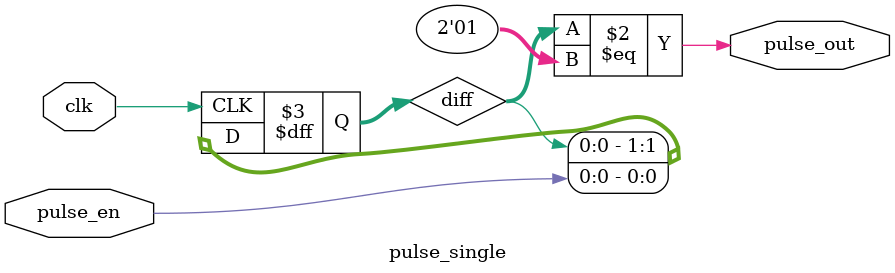
<source format=v>
`timescale 1ns / 1ps


module pi_calc_trapezoidal_sw_IP#(
    //parameter Nbr = 4,
    parameter division_ratio = 4
)(
    input sysclk,
    input [0:0] btn, 
    input [0:0] rst_soft,
    input [0:0] update_digit,
    input [7:0] nbr_sw,
    output [0:0] complete,
    output [3:0] dec_1digit,
    output [3:0] led, 
    output [7:0] led_7seg
    );    
    parameter Nh = 64;
    
    (* mark_debug = "true" *) wire [(2*Nh-1):0] pi_out;
    //wire [(2*Nh-1):0] pi_bin;
    wire complete;
    wire pi_enable, dec_enable;
    assign pi_enable = complete;
    //assign pi_bin = pi_out;
    wire [3:0] dec_1digit;
    wire busy;  
    
    assign clk = sysclk;
    assign rst = (~btn) && rst_soft;
    assign led[3:0] = dec_1digit[3:0];
    
    pulse_single pulse0(clk, update_digit, dec_enable);
    
    pi_calc_trapezoidal_sw #(.division_ratio(division_ratio)) pi_calc_trapezoidal_sw_0(clk, rst, nbr_sw, pi_out, complete);
    bin2dec #(Nh) bin2dec0(clk, rst, complete, pi_out, dec_enable, dec_1digit, busy);
    
    decoder_7seg decoder_7seg0(dec_1digit[3:0], led_7seg[7:0]);
    
endmodule




module pi_calc_trapezoidal_IP#(
    parameter Nbr = 4,
    parameter division_ratio = 4
)(
    input sysclk,
    input [0:0] btn, 
    input [0:0] rst_soft,
    input [0:0] update_digit,
    output [0:0] complete,
    output [3:0] dec_1digit,
    output [3:0] led, 
    output [7:0] led_7seg
    );    
    parameter Nh = 64;
    
    (* mark_debug = "true" *) wire [(2*Nh-1):0] pi_out;
    //wire [(2*Nh-1):0] pi_bin;
    wire complete;
    wire pi_enable, dec_enable;
    assign pi_enable = complete;
    //assign pi_bin = pi_out;
    wire [3:0] dec_1digit;
    wire busy;
    //reg busy_old;
    /*
    (* mark_debug = "true" *) reg [29:0] count = 0;
    always @(posedge(sysclk)) begin
        count <= count + 1;
    end
    */
    
    
    assign clk = sysclk;
    assign rst = (~btn) && rst_soft;
    assign led[3:0] = dec_1digit[3:0];
    
    pulse_single pulse0(clk, update_digit, dec_enable);
    
    pi_calc_trapezoidal #(.Nbr(Nbr), .division_ratio(division_ratio)) pi_calc_trapezoidal0(clk, rst, pi_out, complete);
    bin2dec #(Nh) bin2dec0(clk, rst, complete, pi_out, dec_enable, dec_1digit, busy);
    
    decoder_7seg decoder_7seg0(dec_1digit[3:0], led_7seg[7:0]);
    
endmodule


module pulse_single (
    input    clk,
    input    pulse_en,
    output    pulse_out
);
    reg [1:0]    diff;
    always @(posedge clk) begin
        diff    <=    {diff[0], pulse_en};
    end
    assign pulse_out =  (diff == 2'b01);
endmodule

</source>
